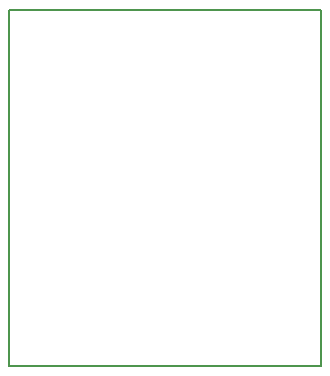
<source format=gto>
G04 MADE WITH FRITZING*
G04 WWW.FRITZING.ORG*
G04 DOUBLE SIDED*
G04 HOLES PLATED*
G04 CONTOUR ON CENTER OF CONTOUR VECTOR*
%ASAXBY*%
%FSLAX23Y23*%
%MOIN*%
%OFA0B0*%
%SFA1.0B1.0*%
%ADD10R,1.047830X1.192660X1.031830X1.176660*%
%ADD11C,0.008000*%
%LNSILK1*%
G90*
G70*
G54D11*
X4Y1189D02*
X1044Y1189D01*
X1044Y4D01*
X4Y4D01*
X4Y1189D01*
D02*
G04 End of Silk1*
M02*
</source>
